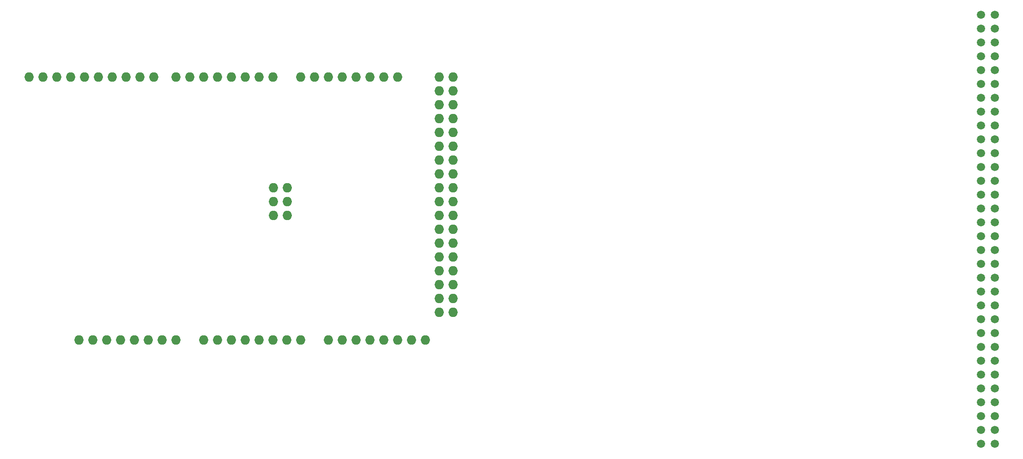
<source format=gbr>
%TF.GenerationSoftware,KiCad,Pcbnew,5.1.6-c6e7f7d~86~ubuntu16.04.1*%
%TF.CreationDate,2020-06-20T04:05:00+01:00*%
%TF.ProjectId,microtan-cassette-pcb,6d696372-6f74-4616-9e2d-636173736574,rev?*%
%TF.SameCoordinates,Original*%
%TF.FileFunction,Copper,L1,Top*%
%TF.FilePolarity,Positive*%
%FSLAX46Y46*%
G04 Gerber Fmt 4.6, Leading zero omitted, Abs format (unit mm)*
G04 Created by KiCad (PCBNEW 5.1.6-c6e7f7d~86~ubuntu16.04.1) date 2020-06-20 04:05:00*
%MOMM*%
%LPD*%
G01*
G04 APERTURE LIST*
%TA.AperFunction,ComponentPad*%
%ADD10C,1.500000*%
%TD*%
%TA.AperFunction,ComponentPad*%
%ADD11O,1.727200X1.727200*%
%TD*%
G04 APERTURE END LIST*
D10*
%TO.P,EC1,32b*%
%TO.N,GND*%
X218186000Y-120904000D03*
%TO.P,EC1,31b*%
%TO.N,Net-(EC1-Pad31b)*%
X218186000Y-118364000D03*
%TO.P,EC1,30b*%
%TO.N,Net-(EC1-Pad30b)*%
X218186000Y-115824000D03*
%TO.P,EC1,29b*%
%TO.N,Net-(EC1-Pad29b)*%
X218186000Y-113284000D03*
%TO.P,EC1,28b*%
%TO.N,Net-(EC1-Pad28b)*%
X218186000Y-110744000D03*
%TO.P,EC1,27b*%
%TO.N,Net-(EC1-Pad27b)*%
X218186000Y-108204000D03*
%TO.P,EC1,26b*%
%TO.N,Net-(EC1-Pad26b)*%
X218186000Y-105664000D03*
%TO.P,EC1,25b*%
%TO.N,Net-(EC1-Pad25b)*%
X218186000Y-103124000D03*
%TO.P,EC1,24b*%
%TO.N,Net-(EC1-Pad24b)*%
X218186000Y-100584000D03*
%TO.P,EC1,23b*%
%TO.N,Net-(EC1-Pad23b)*%
X218186000Y-98044000D03*
%TO.P,EC1,22b*%
%TO.N,Net-(EC1-Pad22b)*%
X218186000Y-95504000D03*
%TO.P,EC1,21b*%
%TO.N,Net-(EC1-Pad21b)*%
X218186000Y-92964000D03*
%TO.P,EC1,20b*%
%TO.N,Net-(EC1-Pad20b)*%
X218186000Y-90424000D03*
%TO.P,EC1,19b*%
%TO.N,Net-(EC1-Pad19b)*%
X218186000Y-87884000D03*
%TO.P,EC1,18b*%
%TO.N,Net-(EC1-Pad18b)*%
X218186000Y-85344000D03*
%TO.P,EC1,17b*%
%TO.N,Net-(EC1-Pad17b)*%
X218186000Y-82804000D03*
%TO.P,EC1,16b*%
%TO.N,Net-(EC1-Pad16b)*%
X218186000Y-80264000D03*
%TO.P,EC1,15b*%
%TO.N,Net-(EC1-Pad15b)*%
X218186000Y-77724000D03*
%TO.P,EC1,14b*%
%TO.N,Net-(EC1-Pad14b)*%
X218186000Y-75184000D03*
%TO.P,EC1,13b*%
%TO.N,Net-(EC1-Pad13b)*%
X218186000Y-72644000D03*
%TO.P,EC1,12b*%
%TO.N,Net-(EC1-Pad12b)*%
X218186000Y-70104000D03*
%TO.P,EC1,11b*%
%TO.N,Net-(EC1-Pad11b)*%
X218186000Y-67564000D03*
%TO.P,EC1,10b*%
%TO.N,Net-(EC1-Pad10b)*%
X218186000Y-65024000D03*
%TO.P,EC1,9b*%
%TO.N,Net-(EC1-Pad9b)*%
X218186000Y-62484000D03*
%TO.P,EC1,8b*%
%TO.N,Net-(EC1-Pad8b)*%
X218186000Y-59944000D03*
%TO.P,EC1,7b*%
%TO.N,Net-(EC1-Pad7b)*%
X218186000Y-57404000D03*
%TO.P,EC1,6b*%
%TO.N,Net-(EC1-Pad6b)*%
X218186000Y-54864000D03*
%TO.P,EC1,5b*%
%TO.N,Net-(EC1-Pad5b)*%
X218186000Y-52324000D03*
%TO.P,EC1,4b*%
%TO.N,Net-(EC1-Pad4b)*%
X218186000Y-49784000D03*
%TO.P,EC1,3b*%
%TO.N,Net-(EC1-Pad3b)*%
X218186000Y-47244000D03*
%TO.P,EC1,2b*%
%TO.N,Net-(EC1-Pad2b)*%
X218186000Y-44704000D03*
%TO.P,EC1,32a*%
%TO.N,GND*%
X220726000Y-120904000D03*
%TO.P,EC1,31a*%
%TO.N,Net-(EC1-Pad31a)*%
X220726000Y-118364000D03*
%TO.P,EC1,30a*%
%TO.N,Net-(EC1-Pad30a)*%
X220726000Y-115824000D03*
%TO.P,EC1,29a*%
%TO.N,Net-(EC1-Pad29a)*%
X220726000Y-113284000D03*
%TO.P,EC1,28a*%
%TO.N,Net-(EC1-Pad28a)*%
X220726000Y-110744000D03*
%TO.P,EC1,27a*%
%TO.N,Net-(EC1-Pad27a)*%
X220726000Y-108204000D03*
%TO.P,EC1,26a*%
%TO.N,Net-(EC1-Pad26a)*%
X220726000Y-105664000D03*
%TO.P,EC1,25a*%
%TO.N,Net-(EC1-Pad25a)*%
X220726000Y-103124000D03*
%TO.P,EC1,24a*%
%TO.N,Net-(EC1-Pad24a)*%
X220726000Y-100584000D03*
%TO.P,EC1,23a*%
%TO.N,Net-(EC1-Pad23a)*%
X220726000Y-98044000D03*
%TO.P,EC1,22a*%
%TO.N,Net-(EC1-Pad22a)*%
X220726000Y-95504000D03*
%TO.P,EC1,21a*%
%TO.N,Net-(EC1-Pad21a)*%
X220726000Y-92964000D03*
%TO.P,EC1,20a*%
%TO.N,Net-(EC1-Pad20a)*%
X220726000Y-90424000D03*
%TO.P,EC1,19a*%
%TO.N,Net-(EC1-Pad19a)*%
X220726000Y-87884000D03*
%TO.P,EC1,18a*%
%TO.N,Net-(EC1-Pad18a)*%
X220726000Y-85344000D03*
%TO.P,EC1,17a*%
%TO.N,Net-(EC1-Pad17a)*%
X220726000Y-82804000D03*
%TO.P,EC1,16a*%
%TO.N,Net-(EC1-Pad16a)*%
X220726000Y-80264000D03*
%TO.P,EC1,15a*%
%TO.N,Net-(EC1-Pad15a)*%
X220726000Y-77724000D03*
%TO.P,EC1,14a*%
%TO.N,Net-(EC1-Pad14a)*%
X220726000Y-75184000D03*
%TO.P,EC1,13a*%
%TO.N,Net-(EC1-Pad13a)*%
X220726000Y-72644000D03*
%TO.P,EC1,12a*%
%TO.N,Net-(EC1-Pad12a)*%
X220726000Y-70104000D03*
%TO.P,EC1,11a*%
%TO.N,Net-(EC1-Pad11a)*%
X220726000Y-67564000D03*
%TO.P,EC1,10a*%
%TO.N,Net-(EC1-Pad10a)*%
X220726000Y-65024000D03*
%TO.P,EC1,9a*%
%TO.N,Net-(EC1-Pad9a)*%
X220726000Y-62484000D03*
%TO.P,EC1,8a*%
%TO.N,Net-(EC1-Pad8a)*%
X220726000Y-59944000D03*
%TO.P,EC1,7a*%
%TO.N,Net-(EC1-Pad7a)*%
X220726000Y-57404000D03*
%TO.P,EC1,6a*%
%TO.N,Net-(EC1-Pad6a)*%
X220726000Y-54864000D03*
%TO.P,EC1,5a*%
%TO.N,/A0*%
X220726000Y-52324000D03*
%TO.P,EC1,4a*%
%TO.N,Net-(EC1-Pad4a)*%
X220726000Y-49784000D03*
%TO.P,EC1,3a*%
%TO.N,Net-(EC1-Pad3a)*%
X220726000Y-47244000D03*
%TO.P,EC1,2a*%
%TO.N,Net-(EC1-Pad2a)*%
X220726000Y-44704000D03*
%TO.P,EC1,1b*%
%TO.N,+5V*%
X218186000Y-42164000D03*
%TO.P,EC1,1a*%
X220726000Y-42164000D03*
%TD*%
D11*
%TO.P,XA1,RST2*%
%TO.N,Net-(XA1-PadRST2)*%
X88519000Y-78994000D03*
%TO.P,XA1,GND4*%
%TO.N,Net-(XA1-PadGND4)*%
X91059000Y-78994000D03*
%TO.P,XA1,MOSI*%
%TO.N,Net-(XA1-PadMOSI)*%
X91059000Y-76454000D03*
%TO.P,XA1,SCK*%
%TO.N,Net-(XA1-PadSCK)*%
X88519000Y-76454000D03*
%TO.P,XA1,5V2*%
%TO.N,Net-(XA1-Pad5V2)*%
X91059000Y-73914000D03*
%TO.P,XA1,A0*%
%TO.N,Net-(XA1-PadA0)*%
X75692000Y-101854000D03*
%TO.P,XA1,VIN*%
%TO.N,Net-(XA1-PadVIN)*%
X70612000Y-101854000D03*
%TO.P,XA1,GND3*%
%TO.N,Net-(XA1-PadGND3)*%
X68072000Y-101854000D03*
%TO.P,XA1,GND2*%
%TO.N,Net-(XA1-PadGND2)*%
X65532000Y-101854000D03*
%TO.P,XA1,5V1*%
%TO.N,+5V*%
X62992000Y-101854000D03*
%TO.P,XA1,3V3*%
%TO.N,Net-(XA1-Pad3V3)*%
X60452000Y-101854000D03*
%TO.P,XA1,RST1*%
%TO.N,Net-(XA1-PadRST1)*%
X57912000Y-101854000D03*
%TO.P,XA1,IORF*%
%TO.N,Net-(XA1-PadIORF)*%
X55372000Y-101854000D03*
%TO.P,XA1,D21*%
%TO.N,Net-(XA1-PadD21)*%
X111252000Y-53594000D03*
%TO.P,XA1,D20*%
%TO.N,Net-(XA1-PadD20)*%
X108712000Y-53594000D03*
%TO.P,XA1,D19*%
%TO.N,Net-(XA1-PadD19)*%
X106172000Y-53594000D03*
%TO.P,XA1,D18*%
%TO.N,Net-(XA1-PadD18)*%
X103632000Y-53594000D03*
%TO.P,XA1,D17*%
%TO.N,Net-(XA1-PadD17)*%
X101092000Y-53594000D03*
%TO.P,XA1,D16*%
%TO.N,Net-(XA1-PadD16)*%
X98552000Y-53594000D03*
%TO.P,XA1,D15*%
%TO.N,Net-(XA1-PadD15)*%
X96012000Y-53594000D03*
%TO.P,XA1,D14*%
%TO.N,Net-(XA1-PadD14)*%
X93472000Y-53594000D03*
%TO.P,XA1,D0*%
%TO.N,Net-(XA1-PadD0)*%
X88392000Y-53594000D03*
%TO.P,XA1,D1*%
%TO.N,Net-(XA1-PadD1)*%
X85852000Y-53594000D03*
%TO.P,XA1,D2*%
%TO.N,Net-(XA1-PadD2)*%
X83312000Y-53594000D03*
%TO.P,XA1,D3*%
%TO.N,Net-(XA1-PadD3)*%
X80772000Y-53594000D03*
%TO.P,XA1,D4*%
%TO.N,Net-(XA1-PadD4)*%
X78232000Y-53594000D03*
%TO.P,XA1,D5*%
%TO.N,Net-(XA1-PadD5)*%
X75692000Y-53594000D03*
%TO.P,XA1,D6*%
%TO.N,Net-(XA1-PadD6)*%
X73152000Y-53594000D03*
%TO.P,XA1,D7*%
%TO.N,Net-(XA1-PadD7)*%
X70612000Y-53594000D03*
%TO.P,XA1,GND1*%
%TO.N,Net-(XA1-PadGND1)*%
X51308000Y-53594000D03*
%TO.P,XA1,D8*%
%TO.N,Net-(XA1-PadD8)*%
X66548000Y-53594000D03*
%TO.P,XA1,D9*%
%TO.N,Net-(XA1-PadD9)*%
X64008000Y-53594000D03*
%TO.P,XA1,D10*%
%TO.N,Net-(XA1-PadD10)*%
X61468000Y-53594000D03*
%TO.P,XA1,SCL*%
%TO.N,Net-(XA1-PadSCL)*%
X43688000Y-53594000D03*
%TO.P,XA1,SDA*%
%TO.N,Net-(XA1-PadSDA)*%
X46228000Y-53594000D03*
%TO.P,XA1,AREF*%
%TO.N,Net-(XA1-PadAREF)*%
X48768000Y-53594000D03*
%TO.P,XA1,D13*%
%TO.N,Net-(XA1-PadD13)*%
X53848000Y-53594000D03*
%TO.P,XA1,D12*%
%TO.N,Net-(XA1-PadD12)*%
X56388000Y-53594000D03*
%TO.P,XA1,D11*%
%TO.N,Net-(XA1-PadD11)*%
X58928000Y-53594000D03*
%TO.P,XA1,*%
%TO.N,*%
X52832000Y-101854000D03*
%TO.P,XA1,A1*%
%TO.N,Net-(XA1-PadA1)*%
X78232000Y-101854000D03*
%TO.P,XA1,A2*%
%TO.N,Net-(XA1-PadA2)*%
X80772000Y-101854000D03*
%TO.P,XA1,A3*%
%TO.N,Net-(XA1-PadA3)*%
X83312000Y-101854000D03*
%TO.P,XA1,A4*%
%TO.N,Net-(XA1-PadA4)*%
X85852000Y-101854000D03*
%TO.P,XA1,A5*%
%TO.N,Net-(XA1-PadA5)*%
X88392000Y-101854000D03*
%TO.P,XA1,A6*%
%TO.N,Net-(XA1-PadA6)*%
X90932000Y-101854000D03*
%TO.P,XA1,A7*%
%TO.N,Net-(XA1-PadA7)*%
X93472000Y-101854000D03*
%TO.P,XA1,A8*%
%TO.N,Net-(XA1-PadA8)*%
X98552000Y-101854000D03*
%TO.P,XA1,A9*%
%TO.N,Net-(XA1-PadA9)*%
X101092000Y-101854000D03*
%TO.P,XA1,A10*%
%TO.N,Net-(XA1-PadA10)*%
X103632000Y-101854000D03*
%TO.P,XA1,A11*%
%TO.N,Net-(XA1-PadA11)*%
X106172000Y-101854000D03*
%TO.P,XA1,A12*%
%TO.N,Net-(XA1-PadA12)*%
X108712000Y-101854000D03*
%TO.P,XA1,A13*%
%TO.N,Net-(XA1-PadA13)*%
X111252000Y-101854000D03*
%TO.P,XA1,A14*%
%TO.N,Net-(XA1-PadA14)*%
X113792000Y-101854000D03*
%TO.P,XA1,A15*%
%TO.N,Net-(XA1-PadA15)*%
X116332000Y-101854000D03*
%TO.P,XA1,5V3*%
%TO.N,Net-(XA1-Pad5V3)*%
X118872000Y-53594000D03*
%TO.P,XA1,5V4*%
%TO.N,Net-(XA1-Pad5V4)*%
X121412000Y-53594000D03*
%TO.P,XA1,D22*%
%TO.N,Net-(XA1-PadD22)*%
X118872000Y-56134000D03*
%TO.P,XA1,D23*%
%TO.N,Net-(XA1-PadD23)*%
X121412000Y-56134000D03*
%TO.P,XA1,D24*%
%TO.N,Net-(XA1-PadD24)*%
X118872000Y-58674000D03*
%TO.P,XA1,D25*%
%TO.N,Net-(XA1-PadD25)*%
X121412000Y-58674000D03*
%TO.P,XA1,D26*%
%TO.N,Net-(XA1-PadD26)*%
X118872000Y-61214000D03*
%TO.P,XA1,D27*%
%TO.N,Net-(XA1-PadD27)*%
X121412000Y-61214000D03*
%TO.P,XA1,D28*%
%TO.N,Net-(XA1-PadD28)*%
X118872000Y-63754000D03*
%TO.P,XA1,D29*%
%TO.N,Net-(XA1-PadD29)*%
X121412000Y-63754000D03*
%TO.P,XA1,D30*%
%TO.N,Net-(XA1-PadD30)*%
X118872000Y-66294000D03*
%TO.P,XA1,D31*%
%TO.N,Net-(XA1-PadD31)*%
X121412000Y-66294000D03*
%TO.P,XA1,D32*%
%TO.N,Net-(XA1-PadD32)*%
X118872000Y-68834000D03*
%TO.P,XA1,D33*%
%TO.N,Net-(XA1-PadD33)*%
X121412000Y-68834000D03*
%TO.P,XA1,D34*%
%TO.N,Net-(XA1-PadD34)*%
X118872000Y-71374000D03*
%TO.P,XA1,D35*%
%TO.N,Net-(XA1-PadD35)*%
X121412000Y-71374000D03*
%TO.P,XA1,D36*%
%TO.N,Net-(XA1-PadD36)*%
X118872000Y-73914000D03*
%TO.P,XA1,D37*%
%TO.N,Net-(XA1-PadD37)*%
X121412000Y-73914000D03*
%TO.P,XA1,D38*%
%TO.N,Net-(XA1-PadD38)*%
X118872000Y-76454000D03*
%TO.P,XA1,D39*%
%TO.N,Net-(XA1-PadD39)*%
X121412000Y-76454000D03*
%TO.P,XA1,D40*%
%TO.N,Net-(XA1-PadD40)*%
X118872000Y-78994000D03*
%TO.P,XA1,D41*%
%TO.N,Net-(XA1-PadD41)*%
X121412000Y-78994000D03*
%TO.P,XA1,D42*%
%TO.N,Net-(XA1-PadD42)*%
X118872000Y-81534000D03*
%TO.P,XA1,D43*%
%TO.N,Net-(XA1-PadD43)*%
X121412000Y-81534000D03*
%TO.P,XA1,D44*%
%TO.N,Net-(XA1-PadD44)*%
X118872000Y-84074000D03*
%TO.P,XA1,D45*%
%TO.N,Net-(XA1-PadD45)*%
X121412000Y-84074000D03*
%TO.P,XA1,D46*%
%TO.N,Net-(XA1-PadD46)*%
X118872000Y-86614000D03*
%TO.P,XA1,D47*%
%TO.N,Net-(XA1-PadD47)*%
X121412000Y-86614000D03*
%TO.P,XA1,D48*%
%TO.N,Net-(XA1-PadD48)*%
X118872000Y-89154000D03*
%TO.P,XA1,D49*%
%TO.N,Net-(XA1-PadD49)*%
X121412000Y-89154000D03*
%TO.P,XA1,D50*%
%TO.N,Net-(XA1-PadD50)*%
X118872000Y-91694000D03*
%TO.P,XA1,D51*%
%TO.N,Net-(XA1-PadD51)*%
X121412000Y-91694000D03*
%TO.P,XA1,D52*%
%TO.N,Net-(XA1-PadD52)*%
X118872000Y-94234000D03*
%TO.P,XA1,D53*%
%TO.N,/A0*%
X121412000Y-94234000D03*
%TO.P,XA1,GND5*%
%TO.N,Net-(XA1-PadGND5)*%
X118872000Y-96774000D03*
%TO.P,XA1,GND6*%
%TO.N,GND*%
X121412000Y-96774000D03*
%TO.P,XA1,MISO*%
%TO.N,Net-(XA1-PadMISO)*%
X88519000Y-73914000D03*
%TD*%
M02*

</source>
